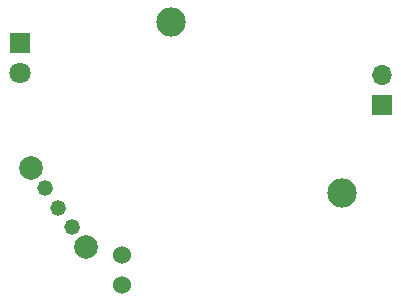
<source format=gbr>
%TF.GenerationSoftware,KiCad,Pcbnew,7.0.9*%
%TF.CreationDate,2024-04-20T20:01:19-07:00*%
%TF.ProjectId,mini_v1,6d696e69-5f76-4312-9e6b-696361645f70,rev?*%
%TF.SameCoordinates,Original*%
%TF.FileFunction,Soldermask,Top*%
%TF.FilePolarity,Negative*%
%FSLAX46Y46*%
G04 Gerber Fmt 4.6, Leading zero omitted, Abs format (unit mm)*
G04 Created by KiCad (PCBNEW 7.0.9) date 2024-04-20 20:01:19*
%MOMM*%
%LPD*%
G01*
G04 APERTURE LIST*
%ADD10C,1.800000*%
%ADD11R,1.800000X1.800000*%
%ADD12C,1.320800*%
%ADD13C,2.006600*%
%ADD14C,1.524000*%
%ADD15C,2.484000*%
%ADD16R,1.700000X1.700000*%
%ADD17O,1.700000X1.700000*%
G04 APERTURE END LIST*
D10*
%TO.C,D1*%
X85217000Y-45212000D03*
D11*
X85217000Y-42672000D03*
%TD*%
D12*
%TO.C,SW1*%
X87311714Y-54934939D03*
X88458867Y-56573244D03*
X89606021Y-58211549D03*
D13*
X86106000Y-53213000D03*
X90811735Y-59933488D03*
%TD*%
D14*
%TO.C,C2*%
X93853000Y-63119000D03*
X93853000Y-60579000D03*
%TD*%
D15*
%TO.C,BT1*%
X112467386Y-55317386D03*
X97978768Y-40828768D03*
%TD*%
D16*
%TO.C,J1*%
X115824000Y-47884000D03*
D17*
X115824000Y-45344000D03*
%TD*%
M02*

</source>
